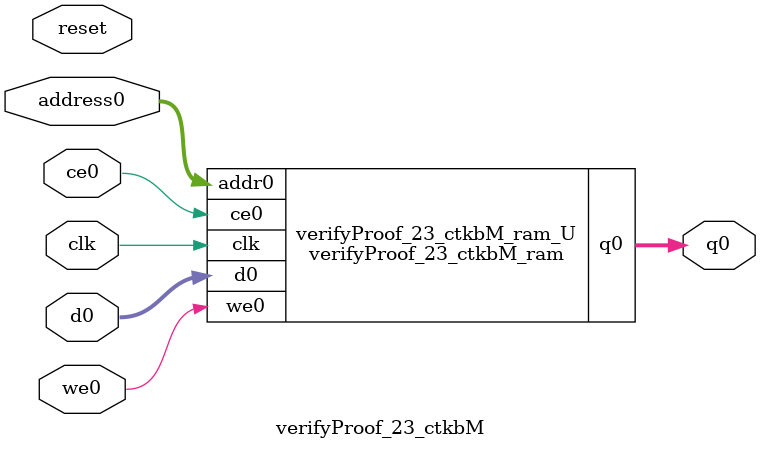
<source format=v>
`timescale 1 ns / 1 ps
module verifyProof_23_ctkbM_ram (addr0, ce0, d0, we0, q0,  clk);

parameter DWIDTH = 8;
parameter AWIDTH = 8;
parameter MEM_SIZE = 200;

input[AWIDTH-1:0] addr0;
input ce0;
input[DWIDTH-1:0] d0;
input we0;
output reg[DWIDTH-1:0] q0;
input clk;

(* ram_style = "block" *)reg [DWIDTH-1:0] ram[0:MEM_SIZE-1];




always @(posedge clk)  
begin 
    if (ce0) begin
        if (we0) 
            ram[addr0] <= d0; 
        q0 <= ram[addr0];
    end
end


endmodule

`timescale 1 ns / 1 ps
module verifyProof_23_ctkbM(
    reset,
    clk,
    address0,
    ce0,
    we0,
    d0,
    q0);

parameter DataWidth = 32'd8;
parameter AddressRange = 32'd200;
parameter AddressWidth = 32'd8;
input reset;
input clk;
input[AddressWidth - 1:0] address0;
input ce0;
input we0;
input[DataWidth - 1:0] d0;
output[DataWidth - 1:0] q0;



verifyProof_23_ctkbM_ram verifyProof_23_ctkbM_ram_U(
    .clk( clk ),
    .addr0( address0 ),
    .ce0( ce0 ),
    .we0( we0 ),
    .d0( d0 ),
    .q0( q0 ));

endmodule


</source>
